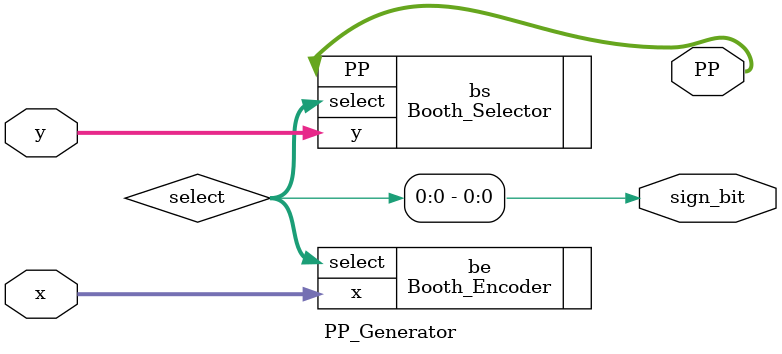
<source format=v>


module PP_Generator(
    input wire [2:0]x,
    input wire [7:0]y,
    output wire [8:0]PP,
    output wire sign_bit
);

    wire [2:0] select;

    Booth_Encoder be(
        .x(x),
        .select(select)
    );

    assign sign_bit = select[0];

    Booth_Selector bs(
        .select(select),
        .y(y),
        .PP(PP)
    );

endmodule

</source>
